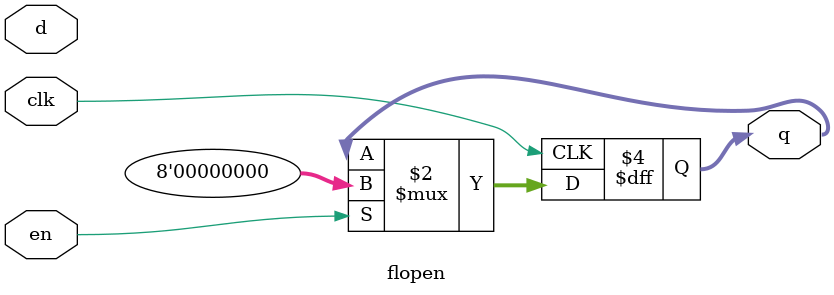
<source format=v>
module flopen # (parameter WIDTH = 8)
(input clk, en,
input [WIDTH-1:0] d,
output reg [WIDTH-1:0] q);

always @ (posedge clk)
if (en) q <= 0;

endmodule
</source>
